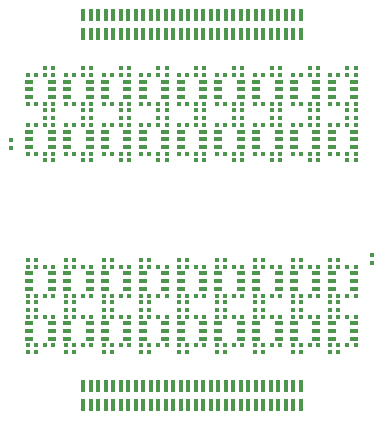
<source format=gbr>
%TF.GenerationSoftware,KiCad,Pcbnew,9.0.6*%
%TF.CreationDate,2025-11-12T11:45:24+01:00*%
%TF.ProjectId,S13552_64Ch_Adapter_BGA2803_V2,53313335-3532-45f3-9634-43685f416461,1*%
%TF.SameCoordinates,Original*%
%TF.FileFunction,Paste,Bot*%
%TF.FilePolarity,Positive*%
%FSLAX46Y46*%
G04 Gerber Fmt 4.6, Leading zero omitted, Abs format (unit mm)*
G04 Created by KiCad (PCBNEW 9.0.6) date 2025-11-12 11:45:24*
%MOMM*%
%LPD*%
G01*
G04 APERTURE LIST*
G04 Aperture macros list*
%AMRoundRect*
0 Rectangle with rounded corners*
0 $1 Rounding radius*
0 $2 $3 $4 $5 $6 $7 $8 $9 X,Y pos of 4 corners*
0 Add a 4 corners polygon primitive as box body*
4,1,4,$2,$3,$4,$5,$6,$7,$8,$9,$2,$3,0*
0 Add four circle primitives for the rounded corners*
1,1,$1+$1,$2,$3*
1,1,$1+$1,$4,$5*
1,1,$1+$1,$6,$7*
1,1,$1+$1,$8,$9*
0 Add four rect primitives between the rounded corners*
20,1,$1+$1,$2,$3,$4,$5,0*
20,1,$1+$1,$4,$5,$6,$7,0*
20,1,$1+$1,$6,$7,$8,$9,0*
20,1,$1+$1,$8,$9,$2,$3,0*%
G04 Aperture macros list end*
%ADD10RoundRect,0.079500X0.079500X0.100500X-0.079500X0.100500X-0.079500X-0.100500X0.079500X-0.100500X0*%
%ADD11RoundRect,0.100000X-0.225000X-0.100000X0.225000X-0.100000X0.225000X0.100000X-0.225000X0.100000X0*%
%ADD12RoundRect,0.079500X-0.079500X-0.100500X0.079500X-0.100500X0.079500X0.100500X-0.079500X0.100500X0*%
%ADD13RoundRect,0.100000X0.225000X0.100000X-0.225000X0.100000X-0.225000X-0.100000X0.225000X-0.100000X0*%
%ADD14R,0.350000X1.000000*%
%ADD15RoundRect,0.079500X0.100500X-0.079500X0.100500X0.079500X-0.100500X0.079500X-0.100500X-0.079500X0*%
%ADD16RoundRect,0.079500X-0.100500X0.079500X-0.100500X-0.079500X0.100500X-0.079500X0.100500X0.079500X0*%
G04 APERTURE END LIST*
D10*
%TO.C,C308*%
X113030000Y-69132107D03*
X112340000Y-69132107D03*
%TD*%
%TO.C,C258*%
X109830000Y-64902107D03*
X109140000Y-64902107D03*
%TD*%
D11*
%TO.C,U63*%
X109260000Y-51087107D03*
X109260000Y-50437107D03*
X109260000Y-49787107D03*
X111160000Y-49787107D03*
X111160000Y-50437107D03*
X111160000Y-51087107D03*
%TD*%
D10*
%TO.C,C171*%
X92080000Y-72122107D03*
X91390000Y-72122107D03*
%TD*%
%TO.C,C261*%
X111280000Y-67892107D03*
X110590000Y-67892107D03*
%TD*%
D12*
%TO.C,C240*%
X94590000Y-55892107D03*
X95280000Y-55892107D03*
%TD*%
D10*
%TO.C,C170*%
X90630000Y-69672107D03*
X89940000Y-69672107D03*
%TD*%
%TO.C,C314*%
X101680000Y-65442107D03*
X100990000Y-65442107D03*
%TD*%
%TO.C,C150*%
X87430000Y-65442107D03*
X86740000Y-65442107D03*
%TD*%
%TO.C,C167*%
X103430000Y-67892107D03*
X102740000Y-67892107D03*
%TD*%
%TO.C,R54*%
X97030000Y-72662107D03*
X96340000Y-72662107D03*
%TD*%
%TO.C,C316*%
X101680000Y-67892107D03*
X100990000Y-67892107D03*
%TD*%
%TO.C,C153*%
X103430000Y-69132107D03*
X102740000Y-69132107D03*
%TD*%
D12*
%TO.C,R52*%
X94590000Y-52902107D03*
X95280000Y-52902107D03*
%TD*%
D10*
%TO.C,C234*%
X95280000Y-69672107D03*
X94590000Y-69672107D03*
%TD*%
D12*
%TO.C,C215*%
X107390000Y-55892107D03*
X108080000Y-55892107D03*
%TD*%
%TO.C,C255*%
X94590000Y-51662107D03*
X95280000Y-51662107D03*
%TD*%
D11*
%TO.C,U59*%
X109260000Y-55317107D03*
X109260000Y-54667107D03*
X109260000Y-54017107D03*
X111160000Y-54017107D03*
X111160000Y-54667107D03*
X111160000Y-55317107D03*
%TD*%
D12*
%TO.C,C182*%
X104190000Y-49212107D03*
X104880000Y-49212107D03*
%TD*%
D10*
%TO.C,R38*%
X90630000Y-72662107D03*
X89940000Y-72662107D03*
%TD*%
%TO.C,C259*%
X111280000Y-65442107D03*
X110590000Y-65442107D03*
%TD*%
D12*
%TO.C,C212*%
X97790000Y-49212107D03*
X98480000Y-49212107D03*
%TD*%
%TO.C,C195*%
X100990000Y-55892107D03*
X101680000Y-55892107D03*
%TD*%
D10*
%TO.C,C166*%
X104880000Y-67892107D03*
X104190000Y-67892107D03*
%TD*%
%TO.C,C312*%
X113030000Y-72122107D03*
X112340000Y-72122107D03*
%TD*%
D12*
%TO.C,C214*%
X105940000Y-55892107D03*
X106630000Y-55892107D03*
%TD*%
%TO.C,C225*%
X113790000Y-51662107D03*
X114480000Y-51662107D03*
%TD*%
%TO.C,C181*%
X102740000Y-49212107D03*
X103430000Y-49212107D03*
%TD*%
%TO.C,C187*%
X88190000Y-49212107D03*
X88880000Y-49212107D03*
%TD*%
D10*
%TO.C,C309*%
X114480000Y-69672107D03*
X113790000Y-69672107D03*
%TD*%
D13*
%TO.C,U31*%
X101560000Y-70247107D03*
X101560000Y-70897107D03*
X101560000Y-71547107D03*
X99660000Y-71547107D03*
X99660000Y-70897107D03*
X99660000Y-70247107D03*
%TD*%
%TO.C,U49*%
X95160000Y-70247107D03*
X95160000Y-70897107D03*
X95160000Y-71547107D03*
X93260000Y-71547107D03*
X93260000Y-70897107D03*
X93260000Y-70247107D03*
%TD*%
%TO.C,U54*%
X111160000Y-66017107D03*
X111160000Y-66667107D03*
X111160000Y-67317107D03*
X109260000Y-67317107D03*
X109260000Y-66667107D03*
X109260000Y-66017107D03*
%TD*%
D10*
%TO.C,C311*%
X114480000Y-72122107D03*
X113790000Y-72122107D03*
%TD*%
%TO.C,C269*%
X92080000Y-65442107D03*
X91390000Y-65442107D03*
%TD*%
D12*
%TO.C,C162*%
X104190000Y-53442107D03*
X104880000Y-53442107D03*
%TD*%
%TO.C,C218*%
X97790000Y-56432107D03*
X98480000Y-56432107D03*
%TD*%
D13*
%TO.C,U36*%
X91960000Y-70247107D03*
X91960000Y-70897107D03*
X91960000Y-71547107D03*
X90060000Y-71547107D03*
X90060000Y-70897107D03*
X90060000Y-70247107D03*
%TD*%
D12*
%TO.C,C257*%
X94590000Y-49212107D03*
X95280000Y-49212107D03*
%TD*%
%TO.C,C273*%
X107390000Y-52202107D03*
X108080000Y-52202107D03*
%TD*%
D10*
%TO.C,C236*%
X95280000Y-72122107D03*
X94590000Y-72122107D03*
%TD*%
D12*
%TO.C,C295*%
X91390000Y-51662107D03*
X92080000Y-51662107D03*
%TD*%
D10*
%TO.C,R56*%
X109830000Y-68432107D03*
X109140000Y-68432107D03*
%TD*%
D12*
%TO.C,C280*%
X100990000Y-51662107D03*
X101680000Y-51662107D03*
%TD*%
D11*
%TO.C,U61*%
X90060000Y-51087107D03*
X90060000Y-50437107D03*
X90060000Y-49787107D03*
X91960000Y-49787107D03*
X91960000Y-50437107D03*
X91960000Y-51087107D03*
%TD*%
D10*
%TO.C,C164*%
X104880000Y-65442107D03*
X104190000Y-65442107D03*
%TD*%
%TO.C,C248*%
X97030000Y-69132107D03*
X96340000Y-69132107D03*
%TD*%
%TO.C,C151*%
X88880000Y-67892107D03*
X88190000Y-67892107D03*
%TD*%
%TO.C,R67*%
X100230000Y-68432107D03*
X99540000Y-68432107D03*
%TD*%
D12*
%TO.C,C180*%
X104190000Y-51662107D03*
X104880000Y-51662107D03*
%TD*%
D10*
%TO.C,C310*%
X113030000Y-69672107D03*
X112340000Y-69672107D03*
%TD*%
D12*
%TO.C,C211*%
X96340000Y-49212107D03*
X97030000Y-49212107D03*
%TD*%
%TO.C,C222*%
X97790000Y-53442107D03*
X98480000Y-53442107D03*
%TD*%
D10*
%TO.C,C300*%
X87430000Y-69672107D03*
X86740000Y-69672107D03*
%TD*%
D12*
%TO.C,R61*%
X110590000Y-52902107D03*
X111280000Y-52902107D03*
%TD*%
D10*
%TO.C,R39*%
X97030000Y-68432107D03*
X96340000Y-68432107D03*
%TD*%
D12*
%TO.C,C253*%
X94590000Y-52202107D03*
X95280000Y-52202107D03*
%TD*%
D10*
%TO.C,C321*%
X108080000Y-72122107D03*
X107390000Y-72122107D03*
%TD*%
D13*
%TO.C,U56*%
X91960000Y-66017107D03*
X91960000Y-66667107D03*
X91960000Y-67317107D03*
X90060000Y-67317107D03*
X90060000Y-66667107D03*
X90060000Y-66017107D03*
%TD*%
D10*
%TO.C,C301*%
X88880000Y-72122107D03*
X88190000Y-72122107D03*
%TD*%
D12*
%TO.C,C208*%
X97790000Y-52202107D03*
X98480000Y-52202107D03*
%TD*%
%TO.C,C198*%
X113790000Y-56432107D03*
X114480000Y-56432107D03*
%TD*%
%TO.C,C161*%
X102740000Y-53442107D03*
X103430000Y-53442107D03*
%TD*%
%TO.C,C209*%
X96340000Y-51662107D03*
X97030000Y-51662107D03*
%TD*%
%TO.C,C229*%
X86740000Y-55892107D03*
X87430000Y-55892107D03*
%TD*%
D13*
%TO.C,U60*%
X111160000Y-70247107D03*
X111160000Y-70897107D03*
X111160000Y-71547107D03*
X109260000Y-71547107D03*
X109260000Y-70897107D03*
X109260000Y-70247107D03*
%TD*%
D11*
%TO.C,U48*%
X86860000Y-55317107D03*
X86860000Y-54667107D03*
X86860000Y-54017107D03*
X88760000Y-54017107D03*
X88760000Y-54667107D03*
X88760000Y-55317107D03*
%TD*%
D10*
%TO.C,C157*%
X103430000Y-72122107D03*
X102740000Y-72122107D03*
%TD*%
D11*
%TO.C,U38*%
X102860000Y-51087107D03*
X102860000Y-50437107D03*
X102860000Y-49787107D03*
X104760000Y-49787107D03*
X104760000Y-50437107D03*
X104760000Y-51087107D03*
%TD*%
D10*
%TO.C,C251*%
X98480000Y-72122107D03*
X97790000Y-72122107D03*
%TD*%
%TO.C,C235*%
X93830000Y-69672107D03*
X93140000Y-69672107D03*
%TD*%
D11*
%TO.C,U46*%
X96460000Y-55317107D03*
X96460000Y-54667107D03*
X96460000Y-54017107D03*
X98360000Y-54017107D03*
X98360000Y-54667107D03*
X98360000Y-55317107D03*
%TD*%
D10*
%TO.C,C189*%
X108080000Y-65442107D03*
X107390000Y-65442107D03*
%TD*%
D12*
%TO.C,R55*%
X94590000Y-48672107D03*
X95280000Y-48672107D03*
%TD*%
%TO.C,C231*%
X86740000Y-53442107D03*
X87430000Y-53442107D03*
%TD*%
D13*
%TO.C,U66*%
X107960000Y-70247107D03*
X107960000Y-70897107D03*
X107960000Y-71547107D03*
X106060000Y-71547107D03*
X106060000Y-70897107D03*
X106060000Y-70247107D03*
%TD*%
D12*
%TO.C,C306*%
X109140000Y-49212107D03*
X109830000Y-49212107D03*
%TD*%
%TO.C,C285*%
X110590000Y-55892107D03*
X111280000Y-55892107D03*
%TD*%
D10*
%TO.C,C267*%
X113030000Y-67892107D03*
X112340000Y-67892107D03*
%TD*%
D12*
%TO.C,C201*%
X112340000Y-53442107D03*
X113030000Y-53442107D03*
%TD*%
D10*
%TO.C,C263*%
X113030000Y-64902107D03*
X112340000Y-64902107D03*
%TD*%
%TO.C,C163*%
X103430000Y-64902107D03*
X102740000Y-64902107D03*
%TD*%
D11*
%TO.C,U47*%
X112460000Y-51087107D03*
X112460000Y-50437107D03*
X112460000Y-49787107D03*
X114360000Y-49787107D03*
X114360000Y-50437107D03*
X114360000Y-51087107D03*
%TD*%
D12*
%TO.C,C185*%
X88190000Y-51662107D03*
X88880000Y-51662107D03*
%TD*%
D10*
%TO.C,C206*%
X95280000Y-67892107D03*
X94590000Y-67892107D03*
%TD*%
D12*
%TO.C,C178*%
X104190000Y-52202107D03*
X104880000Y-52202107D03*
%TD*%
D10*
%TO.C,C252*%
X97030000Y-72122107D03*
X96340000Y-72122107D03*
%TD*%
%TO.C,C143*%
X100230000Y-69132107D03*
X99540000Y-69132107D03*
%TD*%
D12*
%TO.C,C277*%
X107390000Y-49212107D03*
X108080000Y-49212107D03*
%TD*%
%TO.C,C184*%
X86740000Y-51662107D03*
X87430000Y-51662107D03*
%TD*%
%TO.C,C196*%
X99540000Y-53442107D03*
X100230000Y-53442107D03*
%TD*%
D10*
%TO.C,C205*%
X93830000Y-65442107D03*
X93140000Y-65442107D03*
%TD*%
%TO.C,C260*%
X109830000Y-65442107D03*
X109140000Y-65442107D03*
%TD*%
D11*
%TO.C,U41*%
X99660000Y-55317107D03*
X99660000Y-54667107D03*
X99660000Y-54017107D03*
X101560000Y-54017107D03*
X101560000Y-54667107D03*
X101560000Y-55317107D03*
%TD*%
D12*
%TO.C,R47*%
X107390000Y-52902107D03*
X108080000Y-52902107D03*
%TD*%
D13*
%TO.C,U55*%
X114360000Y-66017107D03*
X114360000Y-66667107D03*
X114360000Y-67317107D03*
X112460000Y-67317107D03*
X112460000Y-66667107D03*
X112460000Y-66017107D03*
%TD*%
D12*
%TO.C,C239*%
X93140000Y-55892107D03*
X93830000Y-55892107D03*
%TD*%
%TO.C,C217*%
X107390000Y-53442107D03*
X108080000Y-53442107D03*
%TD*%
D11*
%TO.C,U51*%
X90060000Y-55317107D03*
X90060000Y-54667107D03*
X90060000Y-54017107D03*
X91960000Y-54017107D03*
X91960000Y-54667107D03*
X91960000Y-55317107D03*
%TD*%
D10*
%TO.C,C152*%
X87430000Y-67892107D03*
X86740000Y-67892107D03*
%TD*%
%TO.C,C265*%
X113030000Y-65442107D03*
X112340000Y-65442107D03*
%TD*%
%TO.C,C268*%
X90630000Y-64902107D03*
X89940000Y-64902107D03*
%TD*%
%TO.C,C174*%
X98480000Y-65442107D03*
X97790000Y-65442107D03*
%TD*%
%TO.C,C318*%
X106630000Y-69132107D03*
X105940000Y-69132107D03*
%TD*%
D12*
%TO.C,R50*%
X88190000Y-52902107D03*
X88880000Y-52902107D03*
%TD*%
%TO.C,C297*%
X91390000Y-49212107D03*
X92080000Y-49212107D03*
%TD*%
%TO.C,C307*%
X110590000Y-49212107D03*
X111280000Y-49212107D03*
%TD*%
%TO.C,R40*%
X104190000Y-48672107D03*
X104880000Y-48672107D03*
%TD*%
D10*
%TO.C,C175*%
X97030000Y-65442107D03*
X96340000Y-65442107D03*
%TD*%
%TO.C,R66*%
X113030000Y-72662107D03*
X112340000Y-72662107D03*
%TD*%
D12*
%TO.C,C216*%
X105940000Y-53442107D03*
X106630000Y-53442107D03*
%TD*%
D10*
%TO.C,C271*%
X92080000Y-67892107D03*
X91390000Y-67892107D03*
%TD*%
%TO.C,R68*%
X106630000Y-72662107D03*
X105940000Y-72662107D03*
%TD*%
%TO.C,C270*%
X90630000Y-65442107D03*
X89940000Y-65442107D03*
%TD*%
D11*
%TO.C,U57*%
X106060000Y-51087107D03*
X106060000Y-50437107D03*
X106060000Y-49787107D03*
X107960000Y-49787107D03*
X107960000Y-50437107D03*
X107960000Y-51087107D03*
%TD*%
D10*
%TO.C,C148*%
X87430000Y-64902107D03*
X86740000Y-64902107D03*
%TD*%
D12*
%TO.C,R46*%
X97790000Y-48672107D03*
X98480000Y-48672107D03*
%TD*%
%TO.C,C228*%
X88190000Y-56432107D03*
X88880000Y-56432107D03*
%TD*%
D10*
%TO.C,C156*%
X104880000Y-72122107D03*
X104190000Y-72122107D03*
%TD*%
D12*
%TO.C,R53*%
X91390000Y-52902107D03*
X92080000Y-52902107D03*
%TD*%
D10*
%TO.C,C313*%
X100230000Y-64902107D03*
X99540000Y-64902107D03*
%TD*%
%TO.C,C237*%
X93830000Y-72122107D03*
X93140000Y-72122107D03*
%TD*%
D11*
%TO.C,U34*%
X102860000Y-55317107D03*
X102860000Y-54667107D03*
X102860000Y-54017107D03*
X104760000Y-54017107D03*
X104760000Y-54667107D03*
X104760000Y-55317107D03*
%TD*%
D10*
%TO.C,C168*%
X90630000Y-69132107D03*
X89940000Y-69132107D03*
%TD*%
%TO.C,C292*%
X109830000Y-72122107D03*
X109140000Y-72122107D03*
%TD*%
D12*
%TO.C,C186*%
X86740000Y-49212107D03*
X87430000Y-49212107D03*
%TD*%
D10*
%TO.C,C190*%
X106630000Y-65442107D03*
X105940000Y-65442107D03*
%TD*%
%TO.C,C207*%
X93830000Y-67892107D03*
X93140000Y-67892107D03*
%TD*%
%TO.C,C203*%
X93830000Y-64902107D03*
X93140000Y-64902107D03*
%TD*%
%TO.C,R64*%
X87430000Y-72662107D03*
X86740000Y-72662107D03*
%TD*%
%TO.C,C144*%
X101680000Y-69672107D03*
X100990000Y-69672107D03*
%TD*%
D11*
%TO.C,U39*%
X86860000Y-51087107D03*
X86860000Y-50437107D03*
X86860000Y-49787107D03*
X88760000Y-49787107D03*
X88760000Y-50437107D03*
X88760000Y-51087107D03*
%TD*%
D14*
%TO.C,J2*%
X91402500Y-75567098D03*
X91402500Y-77167098D03*
X92037500Y-75567098D03*
X92037500Y-77167098D03*
X92672500Y-75567098D03*
X92672500Y-77167098D03*
X93307500Y-75567098D03*
X93307500Y-77167098D03*
X93942500Y-75567098D03*
X93942500Y-77167098D03*
X94577500Y-75567098D03*
X94577500Y-77167098D03*
X95212500Y-75567098D03*
X95212500Y-77167098D03*
X95847500Y-75567098D03*
X95847500Y-77167098D03*
X96482500Y-75567098D03*
X96482500Y-77167098D03*
X97117500Y-75567098D03*
X97117500Y-77167098D03*
X97752500Y-75567098D03*
X97752500Y-77167098D03*
X98387500Y-75567098D03*
X98387500Y-77167098D03*
X99022500Y-75567098D03*
X99022500Y-77167098D03*
X99657500Y-75567098D03*
X99657500Y-77167098D03*
X100292500Y-75567098D03*
X100292500Y-77167098D03*
X100927500Y-75567098D03*
X100927500Y-77167098D03*
X101562500Y-75567098D03*
X101562500Y-77167098D03*
X102197500Y-75567098D03*
X102197500Y-77167098D03*
X102832500Y-75567098D03*
X102832500Y-77167098D03*
X103467500Y-75567098D03*
X103467500Y-77167098D03*
X104102500Y-75567098D03*
X104102500Y-77167098D03*
X104737500Y-75567098D03*
X104737500Y-77167098D03*
X105372500Y-75567098D03*
X105372500Y-77167098D03*
X106007500Y-75567098D03*
X106007500Y-77167098D03*
X106642500Y-75567098D03*
X106642500Y-77167098D03*
X107277500Y-75567098D03*
X107277500Y-77167098D03*
X107912500Y-75567098D03*
X107912500Y-77167098D03*
X108547500Y-75567098D03*
X108547500Y-77167098D03*
X109182500Y-75567098D03*
X109182500Y-77167098D03*
X109817500Y-75567098D03*
X109817500Y-77167098D03*
%TD*%
D10*
%TO.C,R58*%
X90630000Y-68432107D03*
X89940000Y-68432107D03*
%TD*%
D12*
%TO.C,C226*%
X112340000Y-49212107D03*
X113030000Y-49212107D03*
%TD*%
%TO.C,C246*%
X89940000Y-53442107D03*
X90630000Y-53442107D03*
%TD*%
%TO.C,C294*%
X89940000Y-51662107D03*
X90630000Y-51662107D03*
%TD*%
D10*
%TO.C,R45*%
X93830000Y-68432107D03*
X93140000Y-68432107D03*
%TD*%
D12*
%TO.C,C200*%
X113790000Y-55892107D03*
X114480000Y-55892107D03*
%TD*%
D10*
%TO.C,C262*%
X109830000Y-67892107D03*
X109140000Y-67892107D03*
%TD*%
%TO.C,C155*%
X103430000Y-69672107D03*
X102740000Y-69672107D03*
%TD*%
%TO.C,C290*%
X109830000Y-69672107D03*
X109140000Y-69672107D03*
%TD*%
D12*
%TO.C,C274*%
X105940000Y-51662107D03*
X106630000Y-51662107D03*
%TD*%
%TO.C,C202*%
X113790000Y-53442107D03*
X114480000Y-53442107D03*
%TD*%
D10*
%TO.C,C146*%
X101680000Y-72122107D03*
X100990000Y-72122107D03*
%TD*%
D12*
%TO.C,C159*%
X102740000Y-55892107D03*
X103430000Y-55892107D03*
%TD*%
D10*
%TO.C,C169*%
X92080000Y-69672107D03*
X91390000Y-69672107D03*
%TD*%
%TO.C,C250*%
X97030000Y-69672107D03*
X96340000Y-69672107D03*
%TD*%
D12*
%TO.C,C287*%
X110590000Y-53442107D03*
X111280000Y-53442107D03*
%TD*%
%TO.C,C283*%
X110590000Y-56432107D03*
X111280000Y-56432107D03*
%TD*%
D13*
%TO.C,U33*%
X104760000Y-70247107D03*
X104760000Y-70897107D03*
X104760000Y-71547107D03*
X102860000Y-71547107D03*
X102860000Y-70897107D03*
X102860000Y-70247107D03*
%TD*%
D12*
%TO.C,C221*%
X96340000Y-53442107D03*
X97030000Y-53442107D03*
%TD*%
%TO.C,R65*%
X110590000Y-48672107D03*
X111280000Y-48672107D03*
%TD*%
D10*
%TO.C,C322*%
X106630000Y-72122107D03*
X105940000Y-72122107D03*
%TD*%
%TO.C,C165*%
X103430000Y-65442107D03*
X102740000Y-65442107D03*
%TD*%
%TO.C,C191*%
X108080000Y-67892107D03*
X107390000Y-67892107D03*
%TD*%
D12*
%TO.C,C230*%
X88190000Y-55892107D03*
X88880000Y-55892107D03*
%TD*%
%TO.C,C254*%
X93140000Y-51662107D03*
X93830000Y-51662107D03*
%TD*%
D10*
%TO.C,C288*%
X109830000Y-69132107D03*
X109140000Y-69132107D03*
%TD*%
D13*
%TO.C,U52*%
X98360000Y-70247107D03*
X98360000Y-70897107D03*
X98360000Y-71547107D03*
X96460000Y-71547107D03*
X96460000Y-70897107D03*
X96460000Y-70247107D03*
%TD*%
D10*
%TO.C,C204*%
X95280000Y-65442107D03*
X94590000Y-65442107D03*
%TD*%
D12*
%TO.C,C282*%
X100990000Y-49212107D03*
X101680000Y-49212107D03*
%TD*%
%TO.C,C303*%
X110590000Y-52202107D03*
X111280000Y-52202107D03*
%TD*%
%TO.C,C199*%
X112340000Y-55892107D03*
X113030000Y-55892107D03*
%TD*%
D10*
%TO.C,C173*%
X97030000Y-64902107D03*
X96340000Y-64902107D03*
%TD*%
%TO.C,C289*%
X111280000Y-69672107D03*
X110590000Y-69672107D03*
%TD*%
D11*
%TO.C,U50*%
X93260000Y-55317107D03*
X93260000Y-54667107D03*
X93260000Y-54017107D03*
X95160000Y-54017107D03*
X95160000Y-54667107D03*
X95160000Y-55317107D03*
%TD*%
D10*
%TO.C,C302*%
X87430000Y-72122107D03*
X86740000Y-72122107D03*
%TD*%
D12*
%TO.C,R43*%
X100990000Y-52902107D03*
X101680000Y-52902107D03*
%TD*%
D11*
%TO.C,U45*%
X106060000Y-55317107D03*
X106060000Y-54667107D03*
X106060000Y-54017107D03*
X107960000Y-54017107D03*
X107960000Y-54667107D03*
X107960000Y-55317107D03*
%TD*%
D12*
%TO.C,C179*%
X102740000Y-51662107D03*
X103430000Y-51662107D03*
%TD*%
D10*
%TO.C,C299*%
X88880000Y-69672107D03*
X88190000Y-69672107D03*
%TD*%
D12*
%TO.C,C224*%
X112340000Y-51662107D03*
X113030000Y-51662107D03*
%TD*%
%TO.C,C281*%
X99540000Y-49212107D03*
X100230000Y-49212107D03*
%TD*%
%TO.C,R41*%
X88190000Y-48672107D03*
X88880000Y-48672107D03*
%TD*%
%TO.C,C305*%
X110590000Y-51662107D03*
X111280000Y-51662107D03*
%TD*%
D10*
%TO.C,C145*%
X100230000Y-69672107D03*
X99540000Y-69672107D03*
%TD*%
D12*
%TO.C,R36*%
X104190000Y-52902107D03*
X104880000Y-52902107D03*
%TD*%
%TO.C,C160*%
X104190000Y-55892107D03*
X104880000Y-55892107D03*
%TD*%
D15*
%TO.C,R2*%
X85327107Y-55442114D03*
X85327107Y-54752114D03*
%TD*%
D10*
%TO.C,R57*%
X113030000Y-68432107D03*
X112340000Y-68432107D03*
%TD*%
%TO.C,C177*%
X97030000Y-67892107D03*
X96340000Y-67892107D03*
%TD*%
D12*
%TO.C,R60*%
X100990000Y-48672107D03*
X101680000Y-48672107D03*
%TD*%
%TO.C,C293*%
X91390000Y-52202107D03*
X92080000Y-52202107D03*
%TD*%
%TO.C,C213*%
X107390000Y-56432107D03*
X108080000Y-56432107D03*
%TD*%
%TO.C,C286*%
X109140000Y-53442107D03*
X109830000Y-53442107D03*
%TD*%
D10*
%TO.C,C154*%
X104880000Y-69672107D03*
X104190000Y-69672107D03*
%TD*%
%TO.C,C188*%
X106630000Y-64902107D03*
X105940000Y-64902107D03*
%TD*%
D12*
%TO.C,C220*%
X97790000Y-55892107D03*
X98480000Y-55892107D03*
%TD*%
D10*
%TO.C,C233*%
X93830000Y-69132107D03*
X93140000Y-69132107D03*
%TD*%
%TO.C,R37*%
X103430000Y-68432107D03*
X102740000Y-68432107D03*
%TD*%
D12*
%TO.C,R59*%
X107390000Y-48672107D03*
X108080000Y-48672107D03*
%TD*%
%TO.C,C223*%
X113790000Y-52202107D03*
X114480000Y-52202107D03*
%TD*%
%TO.C,C227*%
X113790000Y-49212107D03*
X114480000Y-49212107D03*
%TD*%
%TO.C,R63*%
X91390000Y-48672107D03*
X92080000Y-48672107D03*
%TD*%
D10*
%TO.C,R51*%
X93830000Y-72662107D03*
X93140000Y-72662107D03*
%TD*%
D13*
%TO.C,U65*%
X101560000Y-66017107D03*
X101560000Y-66667107D03*
X101560000Y-67317107D03*
X99660000Y-67317107D03*
X99660000Y-66667107D03*
X99660000Y-66017107D03*
%TD*%
D12*
%TO.C,C278*%
X100990000Y-52202107D03*
X101680000Y-52202107D03*
%TD*%
D10*
%TO.C,C264*%
X114480000Y-65442107D03*
X113790000Y-65442107D03*
%TD*%
D12*
%TO.C,C242*%
X94590000Y-53442107D03*
X95280000Y-53442107D03*
%TD*%
%TO.C,C241*%
X93140000Y-53442107D03*
X93830000Y-53442107D03*
%TD*%
%TO.C,C219*%
X96340000Y-55892107D03*
X97030000Y-55892107D03*
%TD*%
D10*
%TO.C,R34*%
X87430000Y-68432107D03*
X86740000Y-68432107D03*
%TD*%
%TO.C,C317*%
X100230000Y-67892107D03*
X99540000Y-67892107D03*
%TD*%
D12*
%TO.C,C194*%
X99540000Y-55892107D03*
X100230000Y-55892107D03*
%TD*%
D13*
%TO.C,U40*%
X107960000Y-66017107D03*
X107960000Y-66667107D03*
X107960000Y-67317107D03*
X106060000Y-67317107D03*
X106060000Y-66667107D03*
X106060000Y-66017107D03*
%TD*%
D10*
%TO.C,C147*%
X100230000Y-72122107D03*
X99540000Y-72122107D03*
%TD*%
D12*
%TO.C,C276*%
X105940000Y-49212107D03*
X106630000Y-49212107D03*
%TD*%
D13*
%TO.C,U62*%
X88760000Y-70247107D03*
X88760000Y-70897107D03*
X88760000Y-71547107D03*
X86860000Y-71547107D03*
X86860000Y-70897107D03*
X86860000Y-70247107D03*
%TD*%
D10*
%TO.C,C172*%
X90630000Y-72122107D03*
X89940000Y-72122107D03*
%TD*%
D11*
%TO.C,U53*%
X93260000Y-51087107D03*
X93260000Y-50437107D03*
X93260000Y-49787107D03*
X95160000Y-49787107D03*
X95160000Y-50437107D03*
X95160000Y-51087107D03*
%TD*%
D14*
%TO.C,J1*%
X91402500Y-44167114D03*
X91402500Y-45767114D03*
X92037500Y-44167114D03*
X92037500Y-45767114D03*
X92672500Y-44167114D03*
X92672500Y-45767114D03*
X93307500Y-44167114D03*
X93307500Y-45767114D03*
X93942500Y-44167114D03*
X93942500Y-45767114D03*
X94577500Y-44167114D03*
X94577500Y-45767114D03*
X95212500Y-44167114D03*
X95212500Y-45767114D03*
X95847500Y-44167114D03*
X95847500Y-45767114D03*
X96482500Y-44167114D03*
X96482500Y-45767114D03*
X97117500Y-44167114D03*
X97117500Y-45767114D03*
X97752500Y-44167114D03*
X97752500Y-45767114D03*
X98387500Y-44167114D03*
X98387500Y-45767114D03*
X99022500Y-44167114D03*
X99022500Y-45767114D03*
X99657500Y-44167114D03*
X99657500Y-45767114D03*
X100292500Y-44167114D03*
X100292500Y-45767114D03*
X100927500Y-44167114D03*
X100927500Y-45767114D03*
X101562500Y-44167114D03*
X101562500Y-45767114D03*
X102197500Y-44167114D03*
X102197500Y-45767114D03*
X102832500Y-44167114D03*
X102832500Y-45767114D03*
X103467500Y-44167114D03*
X103467500Y-45767114D03*
X104102500Y-44167114D03*
X104102500Y-45767114D03*
X104737500Y-44167114D03*
X104737500Y-45767114D03*
X105372500Y-44167114D03*
X105372500Y-45767114D03*
X106007500Y-44167114D03*
X106007500Y-45767114D03*
X106642500Y-44167114D03*
X106642500Y-45767114D03*
X107277500Y-44167114D03*
X107277500Y-45767114D03*
X107912500Y-44167114D03*
X107912500Y-45767114D03*
X108547500Y-44167114D03*
X108547500Y-45767114D03*
X109182500Y-44167114D03*
X109182500Y-45767114D03*
X109817500Y-44167114D03*
X109817500Y-45767114D03*
%TD*%
D10*
%TO.C,C249*%
X98480000Y-69672107D03*
X97790000Y-69672107D03*
%TD*%
%TO.C,R62*%
X109830000Y-72662107D03*
X109140000Y-72662107D03*
%TD*%
%TO.C,C192*%
X106630000Y-67892107D03*
X105940000Y-67892107D03*
%TD*%
D12*
%TO.C,C279*%
X99540000Y-51662107D03*
X100230000Y-51662107D03*
%TD*%
D10*
%TO.C,C149*%
X88880000Y-65442107D03*
X88190000Y-65442107D03*
%TD*%
D12*
%TO.C,R44*%
X113790000Y-52902107D03*
X114480000Y-52902107D03*
%TD*%
%TO.C,C275*%
X107390000Y-51662107D03*
X108080000Y-51662107D03*
%TD*%
D13*
%TO.C,U64*%
X114360000Y-70247107D03*
X114360000Y-70897107D03*
X114360000Y-71547107D03*
X112460000Y-71547107D03*
X112460000Y-70897107D03*
X112460000Y-70247107D03*
%TD*%
D12*
%TO.C,C247*%
X91390000Y-53442107D03*
X92080000Y-53442107D03*
%TD*%
%TO.C,C245*%
X91390000Y-55892107D03*
X92080000Y-55892107D03*
%TD*%
%TO.C,C197*%
X100990000Y-53442107D03*
X101680000Y-53442107D03*
%TD*%
D10*
%TO.C,R33*%
X100230000Y-72662107D03*
X99540000Y-72662107D03*
%TD*%
D12*
%TO.C,R48*%
X97790000Y-52902107D03*
X98480000Y-52902107D03*
%TD*%
%TO.C,C238*%
X94590000Y-56432107D03*
X95280000Y-56432107D03*
%TD*%
D16*
%TO.C,R1*%
X115897107Y-64484214D03*
X115897107Y-65174214D03*
%TD*%
D10*
%TO.C,C266*%
X114480000Y-67892107D03*
X113790000Y-67892107D03*
%TD*%
%TO.C,C291*%
X111280000Y-72122107D03*
X110590000Y-72122107D03*
%TD*%
%TO.C,C319*%
X108080000Y-69672107D03*
X107390000Y-69672107D03*
%TD*%
D12*
%TO.C,C256*%
X93140000Y-49212107D03*
X93830000Y-49212107D03*
%TD*%
%TO.C,C232*%
X88190000Y-53442107D03*
X88880000Y-53442107D03*
%TD*%
D10*
%TO.C,C272*%
X90630000Y-67892107D03*
X89940000Y-67892107D03*
%TD*%
D11*
%TO.C,U58*%
X99660000Y-51087107D03*
X99660000Y-50437107D03*
X99660000Y-49787107D03*
X101560000Y-49787107D03*
X101560000Y-50437107D03*
X101560000Y-51087107D03*
%TD*%
D12*
%TO.C,C304*%
X109140000Y-51662107D03*
X109830000Y-51662107D03*
%TD*%
D10*
%TO.C,R35*%
X103430000Y-72662107D03*
X102740000Y-72662107D03*
%TD*%
D12*
%TO.C,C193*%
X100990000Y-56432107D03*
X101680000Y-56432107D03*
%TD*%
D11*
%TO.C,U42*%
X112460000Y-55317107D03*
X112460000Y-54667107D03*
X112460000Y-54017107D03*
X114360000Y-54017107D03*
X114360000Y-54667107D03*
X114360000Y-55317107D03*
%TD*%
D10*
%TO.C,C176*%
X98480000Y-67892107D03*
X97790000Y-67892107D03*
%TD*%
D13*
%TO.C,U37*%
X98360000Y-66017107D03*
X98360000Y-66667107D03*
X98360000Y-67317107D03*
X96460000Y-67317107D03*
X96460000Y-66667107D03*
X96460000Y-66017107D03*
%TD*%
D12*
%TO.C,C284*%
X109140000Y-55892107D03*
X109830000Y-55892107D03*
%TD*%
D10*
%TO.C,R42*%
X106630000Y-68432107D03*
X105940000Y-68432107D03*
%TD*%
D12*
%TO.C,C158*%
X104190000Y-56432107D03*
X104880000Y-56432107D03*
%TD*%
D11*
%TO.C,U44*%
X96460000Y-51087107D03*
X96460000Y-50437107D03*
X96460000Y-49787107D03*
X98360000Y-49787107D03*
X98360000Y-50437107D03*
X98360000Y-51087107D03*
%TD*%
D12*
%TO.C,C243*%
X91390000Y-56432107D03*
X92080000Y-56432107D03*
%TD*%
D10*
%TO.C,C320*%
X106630000Y-69672107D03*
X105940000Y-69672107D03*
%TD*%
D12*
%TO.C,R49*%
X113790000Y-48672107D03*
X114480000Y-48672107D03*
%TD*%
D10*
%TO.C,C298*%
X87430000Y-69132107D03*
X86740000Y-69132107D03*
%TD*%
D12*
%TO.C,C244*%
X89940000Y-55892107D03*
X90630000Y-55892107D03*
%TD*%
%TO.C,C296*%
X89940000Y-49212107D03*
X90630000Y-49212107D03*
%TD*%
D10*
%TO.C,C315*%
X100230000Y-65442107D03*
X99540000Y-65442107D03*
%TD*%
D13*
%TO.C,U32*%
X88760000Y-66017107D03*
X88760000Y-66667107D03*
X88760000Y-67317107D03*
X86860000Y-67317107D03*
X86860000Y-66667107D03*
X86860000Y-66017107D03*
%TD*%
%TO.C,U43*%
X95160000Y-66017107D03*
X95160000Y-66667107D03*
X95160000Y-67317107D03*
X93260000Y-67317107D03*
X93260000Y-66667107D03*
X93260000Y-66017107D03*
%TD*%
D12*
%TO.C,C210*%
X97790000Y-51662107D03*
X98480000Y-51662107D03*
%TD*%
D13*
%TO.C,U35*%
X104760000Y-66017107D03*
X104760000Y-66667107D03*
X104760000Y-67317107D03*
X102860000Y-67317107D03*
X102860000Y-66667107D03*
X102860000Y-66017107D03*
%TD*%
D12*
%TO.C,C183*%
X88190000Y-52202107D03*
X88880000Y-52202107D03*
%TD*%
M02*

</source>
